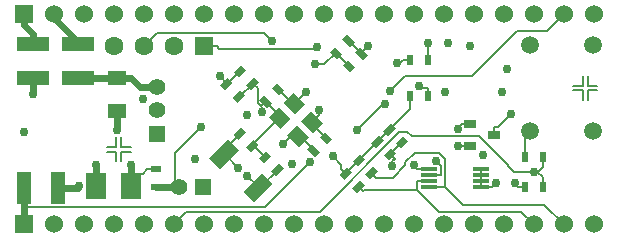
<source format=gbl>
G04 #@! TF.FileFunction,Copper,L4,Bot,Signal*
%FSLAX46Y46*%
G04 Gerber Fmt 4.6, Leading zero omitted, Abs format (unit mm)*
G04 Created by KiCad (PCBNEW 4.0.7) date 07/03/18 10:44:51*
%MOMM*%
%LPD*%
G01*
G04 APERTURE LIST*
%ADD10C,0.100000*%
%ADD11C,0.203200*%
%ADD12R,0.600000X0.900000*%
%ADD13C,1.500000*%
%ADD14R,1.524000X1.524000*%
%ADD15C,1.524000*%
%ADD16R,1.600000X1.600000*%
%ADD17C,1.600000*%
%ADD18R,0.900000X0.600000*%
%ADD19R,2.700000X1.150000*%
%ADD20R,1.150000X2.700000*%
%ADD21R,1.400000X1.400000*%
%ADD22C,1.400000*%
%ADD23R,1.400000X0.300000*%
%ADD24R,1.000000X0.800000*%
%ADD25R,1.800000X2.250000*%
%ADD26R,1.500000X1.200000*%
%ADD27C,0.762000*%
%ADD28C,0.609600*%
G04 APERTURE END LIST*
D10*
D11*
X48596800Y12596800D02*
X47784000Y12596800D01*
X48596800Y12596800D02*
X48596800Y11784000D01*
X49003200Y13003200D02*
X49003200Y13816000D01*
X49003200Y13003200D02*
X49816000Y13003200D01*
X49003200Y12596800D02*
X49003200Y11784000D01*
X49003200Y12596800D02*
X49816000Y12596800D01*
X48596800Y13003200D02*
X47784000Y13003200D01*
X48596800Y13003200D02*
X48596800Y13816000D01*
X9096800Y7396800D02*
X8284000Y7396800D01*
X9096800Y7396800D02*
X9096800Y6584000D01*
X9503200Y7803200D02*
X9503200Y8616000D01*
X9503200Y7803200D02*
X10316000Y7803200D01*
X9503200Y7396800D02*
X9503200Y6584000D01*
X9503200Y7396800D02*
X10316000Y7396800D01*
X9096800Y7803200D02*
X8284000Y7803200D01*
X9096800Y7803200D02*
X9096800Y8616000D01*
D10*
G36*
X19059340Y8834264D02*
X19695736Y9470660D01*
X20120000Y9046396D01*
X19483604Y8410000D01*
X19059340Y8834264D01*
X19059340Y8834264D01*
G37*
G36*
X20120000Y7773604D02*
X20756396Y8410000D01*
X21180660Y7985736D01*
X20544264Y7349340D01*
X20120000Y7773604D01*
X20120000Y7773604D01*
G37*
G36*
X22702764Y13242660D02*
X23339160Y12606264D01*
X22914896Y12182000D01*
X22278500Y12818396D01*
X22702764Y13242660D01*
X22702764Y13242660D01*
G37*
G36*
X21642104Y12182000D02*
X22278500Y11545604D01*
X21854236Y11121340D01*
X21217840Y11757736D01*
X21642104Y12182000D01*
X21642104Y12182000D01*
G37*
D12*
X45190000Y6975000D03*
X43690000Y6975000D03*
D10*
G36*
X25918236Y6993340D02*
X25281840Y7629736D01*
X25706104Y8054000D01*
X26342500Y7417604D01*
X25918236Y6993340D01*
X25918236Y6993340D01*
G37*
G36*
X26978896Y8054000D02*
X26342500Y8690396D01*
X26766764Y9114660D01*
X27403160Y8478264D01*
X26978896Y8054000D01*
X26978896Y8054000D01*
G37*
G36*
X23280660Y5985736D02*
X22644264Y5349340D01*
X22220000Y5773604D01*
X22856396Y6410000D01*
X23280660Y5985736D01*
X23280660Y5985736D01*
G37*
G36*
X22220000Y7046396D02*
X21583604Y6410000D01*
X21159340Y6834264D01*
X21795736Y7470660D01*
X22220000Y7046396D01*
X22220000Y7046396D01*
G37*
D13*
X44132000Y9167000D03*
X44132000Y16467000D03*
X49432000Y9167000D03*
X49432000Y16467000D03*
D14*
X1260000Y1260000D03*
D15*
X3800000Y1260000D03*
X6340000Y1260000D03*
X8880000Y1260000D03*
X11420000Y1260000D03*
X13960000Y1260000D03*
X16500000Y1260000D03*
X19040000Y1260000D03*
X21580000Y1260000D03*
X24120000Y1260000D03*
X26660000Y1260000D03*
X29200000Y1260000D03*
X31740000Y1260000D03*
X34280000Y1260000D03*
X36820000Y1260000D03*
X39360000Y1260000D03*
X41900000Y1260000D03*
X44440000Y1260000D03*
X46980000Y1260000D03*
X49520000Y1260000D03*
D14*
X1260000Y19040000D03*
D15*
X3800000Y19040000D03*
X6340000Y19040000D03*
X8880000Y19040000D03*
X11420000Y19040000D03*
X13960000Y19040000D03*
X16500000Y19040000D03*
X19040000Y19040000D03*
X21580000Y19040000D03*
X24120000Y19040000D03*
X26660000Y19040000D03*
X29200000Y19040000D03*
X31740000Y19040000D03*
X34280000Y19040000D03*
X36820000Y19040000D03*
X39360000Y19040000D03*
X41900000Y19040000D03*
X44440000Y19040000D03*
X46980000Y19040000D03*
X49520000Y19040000D03*
D16*
X16520000Y16360000D03*
D17*
X13980000Y16360000D03*
X11440000Y16360000D03*
X8900000Y16360000D03*
D18*
X12420000Y4410000D03*
X12420000Y5910000D03*
D12*
X45190000Y4435000D03*
X43690000Y4435000D03*
D10*
G36*
X23204014Y11555842D02*
X24048158Y12399986D01*
X25035986Y11412158D01*
X24191842Y10568014D01*
X23204014Y11555842D01*
X23204014Y11555842D01*
G37*
G36*
X24766579Y9993277D02*
X25610723Y10837421D01*
X26598551Y9849593D01*
X25754407Y9005449D01*
X24766579Y9993277D01*
X24766579Y9993277D01*
G37*
G36*
X23563224Y8789923D02*
X24407368Y9634067D01*
X25395196Y8646239D01*
X24551052Y7802095D01*
X23563224Y8789923D01*
X23563224Y8789923D01*
G37*
G36*
X22000660Y10352488D02*
X22844804Y11196632D01*
X23832632Y10208804D01*
X22988488Y9364660D01*
X22000660Y10352488D01*
X22000660Y10352488D01*
G37*
G36*
X16989705Y6877731D02*
X18552269Y8440295D01*
X19450295Y7542269D01*
X17887731Y5979705D01*
X16989705Y6877731D01*
X16989705Y6877731D01*
G37*
G36*
X19863387Y4004049D02*
X21425951Y5566613D01*
X22323977Y4668587D01*
X20761413Y3106023D01*
X19863387Y4004049D01*
X19863387Y4004049D01*
G37*
G36*
X31695340Y9177264D02*
X32331736Y9813660D01*
X32756000Y9389396D01*
X32119604Y8753000D01*
X31695340Y9177264D01*
X31695340Y9177264D01*
G37*
G36*
X32756000Y8116604D02*
X33392396Y8753000D01*
X33816660Y8328736D01*
X33180264Y7692340D01*
X32756000Y8116604D01*
X32756000Y8116604D01*
G37*
G36*
X30679340Y8161264D02*
X31315736Y8797660D01*
X31740000Y8373396D01*
X31103604Y7737000D01*
X30679340Y8161264D01*
X30679340Y8161264D01*
G37*
G36*
X31740000Y7100604D02*
X32376396Y7737000D01*
X32800660Y7312736D01*
X32164264Y6676340D01*
X31740000Y7100604D01*
X31740000Y7100604D01*
G37*
G36*
X27795736Y15249340D02*
X27159340Y15885736D01*
X27583604Y16310000D01*
X28220000Y15673604D01*
X27795736Y15249340D01*
X27795736Y15249340D01*
G37*
G36*
X28856396Y16310000D02*
X28220000Y16946396D01*
X28644264Y17370660D01*
X29280660Y16734264D01*
X28856396Y16310000D01*
X28856396Y16310000D01*
G37*
G36*
X28895736Y14149340D02*
X28259340Y14785736D01*
X28683604Y15210000D01*
X29320000Y14573604D01*
X28895736Y14149340D01*
X28895736Y14149340D01*
G37*
G36*
X29956396Y15210000D02*
X29320000Y15846396D01*
X29744264Y16270660D01*
X30380660Y15634264D01*
X29956396Y15210000D01*
X29956396Y15210000D01*
G37*
G36*
X17909340Y13034264D02*
X18545736Y13670660D01*
X18970000Y13246396D01*
X18333604Y12610000D01*
X17909340Y13034264D01*
X17909340Y13034264D01*
G37*
G36*
X18970000Y11973604D02*
X19606396Y12610000D01*
X20030660Y12185736D01*
X19394264Y11549340D01*
X18970000Y11973604D01*
X18970000Y11973604D01*
G37*
G36*
X19059340Y14134264D02*
X19695736Y14770660D01*
X20120000Y14346396D01*
X19483604Y13710000D01*
X19059340Y14134264D01*
X19059340Y14134264D01*
G37*
G36*
X20120000Y13073604D02*
X20756396Y13710000D01*
X21180660Y13285736D01*
X20544264Y12649340D01*
X20120000Y13073604D01*
X20120000Y13073604D01*
G37*
D19*
X2070000Y13610000D03*
X2070000Y16510000D03*
D20*
X1270000Y4360000D03*
X4170000Y4360000D03*
D12*
X33970000Y12110000D03*
X35470000Y12110000D03*
X35470000Y15210000D03*
X33970000Y15210000D03*
D21*
X16420000Y4410000D03*
D22*
X14420000Y4410000D03*
D21*
X12570000Y8910000D03*
D22*
X12570000Y10910000D03*
X12570000Y12910000D03*
D23*
X39970000Y5910000D03*
X39970000Y5410000D03*
X39970000Y4910000D03*
X39970000Y4410000D03*
X35570000Y4410000D03*
X35570000Y4910000D03*
X35570000Y5410000D03*
X35570000Y5910000D03*
D24*
X41070000Y8810000D03*
X39070000Y7860000D03*
X39070000Y9760000D03*
D10*
G36*
X30130660Y4585736D02*
X29494264Y3949340D01*
X29070000Y4373604D01*
X29706396Y5010000D01*
X30130660Y4585736D01*
X30130660Y4585736D01*
G37*
G36*
X29070000Y5646396D02*
X28433604Y5010000D01*
X28009340Y5434264D01*
X28645736Y6070660D01*
X29070000Y5646396D01*
X29070000Y5646396D01*
G37*
G36*
X31230660Y5735736D02*
X30594264Y5099340D01*
X30170000Y5523604D01*
X30806396Y6160000D01*
X31230660Y5735736D01*
X31230660Y5735736D01*
G37*
G36*
X30170000Y6796396D02*
X29533604Y6160000D01*
X29109340Y6584264D01*
X29745736Y7220660D01*
X30170000Y6796396D01*
X30170000Y6796396D01*
G37*
D25*
X10320000Y4460000D03*
X7420000Y4460000D03*
D26*
X9120000Y10810000D03*
X9120000Y13610000D03*
D19*
X5820000Y16510000D03*
X5820000Y13610000D03*
D27*
X5945000Y4460000D03*
X37200000Y16600000D03*
X7420000Y6310000D03*
X11320000Y11890000D03*
X42195000Y14410000D03*
X36895000Y12435000D03*
X9170000Y9260000D03*
X1320000Y9110000D03*
X30446300Y16382900D03*
X21433100Y10736900D03*
X26301900Y10974600D03*
X32483500Y6200700D03*
X41240900Y4726900D03*
X25120000Y12485000D03*
X19420000Y6060000D03*
X44439300Y5705000D03*
X23220000Y8060000D03*
X20170000Y5385000D03*
X35470000Y16600000D03*
X39060000Y16360000D03*
X41795000Y12435000D03*
X10320000Y6310000D03*
X20157200Y10532000D03*
X17844000Y13785700D03*
X25905900Y14806400D03*
X40186400Y7085700D03*
X42828800Y4716500D03*
X15768700Y6828600D03*
X23958100Y6369100D03*
X34299900Y6242500D03*
X27447200Y7000100D03*
X25538600Y6528200D03*
X29517000Y9222800D03*
X31824200Y11421600D03*
X32275900Y12578800D03*
X26065700Y16262000D03*
X22287600Y16801100D03*
X16236400Y9488500D03*
X34748100Y12943300D03*
X32859100Y14947900D03*
X36128900Y6628100D03*
X42476000Y10579100D03*
X38007200Y7894000D03*
X38007500Y9366200D03*
X2070000Y12260000D03*
D28*
X5845000Y4360000D02*
X5945000Y4460000D01*
X4170000Y4360000D02*
X5845000Y4360000D01*
X7420000Y6310000D02*
X7420000Y4460000D01*
D11*
X39970000Y4910000D02*
X39970000Y4410000D01*
X39970000Y5410000D02*
X39970000Y4910000D01*
X39970000Y5910000D02*
X39970000Y5410000D01*
D28*
X9120000Y9310000D02*
X9170000Y9260000D01*
X9120000Y10810000D02*
X9120000Y9310000D01*
D11*
X21689700Y6940300D02*
X21689700Y7180000D01*
X20650300Y7879700D02*
X20650300Y7880000D01*
X25682600Y9921400D02*
X25682600Y9921000D01*
X29850300Y15740300D02*
X29850200Y15740200D01*
X28750300Y16840000D02*
X29850200Y15740200D01*
X29850200Y15740200D02*
X29850300Y15740000D01*
X33286200Y8222800D02*
X33286200Y8222900D01*
X33286300Y8222700D02*
X33286200Y8222800D01*
X33286200Y8222900D02*
X33286300Y8223000D01*
X21748200Y11651700D02*
X21748300Y11651800D01*
X22916600Y10483000D02*
X21748300Y11651800D01*
X22916600Y10281000D02*
X22916600Y10483000D01*
X21748300Y11651800D02*
X21748200Y11652000D01*
X26872800Y8584300D02*
X26872700Y8584200D01*
X25682600Y9775000D02*
X26872700Y8584200D01*
X25682600Y9921000D02*
X25682600Y9775000D01*
X26872700Y8584200D02*
X26872800Y8584000D01*
X19500300Y12079700D02*
X19500300Y12080000D01*
X28750300Y16840300D02*
X28750300Y16840000D01*
X30260300Y16196900D02*
X30260300Y16150300D01*
X30446300Y16382900D02*
X30260300Y16196900D01*
X29850300Y15740300D02*
X30260300Y16150300D01*
X32270300Y7207000D02*
X33286200Y8222900D01*
X32270300Y7207000D02*
X32270300Y7206700D01*
X43690000Y8725000D02*
X43690000Y6975000D01*
X44132000Y9167000D02*
X43690000Y8725000D01*
X20650300Y7880000D02*
X20750300Y7880000D01*
X21689700Y6940000D02*
X21689700Y6940300D01*
X20750300Y7880000D02*
X21689700Y6940000D01*
X22916600Y10280600D02*
X22916600Y10281000D01*
X20750300Y8114300D02*
X20750300Y7880000D01*
X22916600Y10280600D02*
X20750300Y8114300D01*
X20650200Y13179800D02*
X20650200Y13179900D01*
X20650300Y13179700D02*
X20650200Y13179800D01*
X19550300Y12080000D02*
X20650200Y13179900D01*
X19500300Y12080000D02*
X19550300Y12080000D01*
X20650200Y13179900D02*
X20650300Y13180000D01*
X21748200Y11651700D02*
X21338300Y11241800D01*
X21338300Y11241800D02*
X21338200Y11241700D01*
X21060300Y11519700D02*
X21060300Y12769700D01*
X21338300Y11241800D02*
X21060300Y11519700D01*
X21433100Y11146800D02*
X21338200Y11241700D01*
X21433100Y10736900D02*
X21433100Y11146800D01*
X20650300Y13179700D02*
X21060300Y12769700D01*
X26301900Y10541900D02*
X26302500Y10541300D01*
X26301900Y10974600D02*
X26301900Y10541900D01*
X25682600Y9921400D02*
X26302500Y10541300D01*
X32483500Y6599900D02*
X32680300Y6796700D01*
X32483500Y6200700D02*
X32483500Y6599900D01*
X32270300Y7206700D02*
X32680300Y6796700D01*
X40949700Y4435700D02*
X40949700Y4410000D01*
X41240900Y4726900D02*
X40949700Y4435700D01*
X39970000Y4410000D02*
X40949700Y4410000D01*
X24120000Y11485000D02*
X24120000Y11484000D01*
X25120000Y12485000D02*
X24120000Y11485000D01*
X24037200Y11484000D02*
X22808800Y12712000D01*
X24120000Y11484000D02*
X24037200Y11484000D01*
X22808800Y12712300D02*
X22808800Y12712000D01*
X18270000Y7210000D02*
X18220000Y7210000D01*
X19420000Y6060000D02*
X18270000Y7210000D01*
X19589700Y8940000D02*
X19589400Y8940000D01*
X18220000Y7585000D02*
X18220000Y7210000D01*
X19575300Y8940000D02*
X18220000Y7585000D01*
X19589400Y8940000D02*
X19575300Y8940000D01*
X19589400Y8940000D02*
X19589700Y8940300D01*
X44439300Y5705000D02*
X44715000Y5705000D01*
X45190000Y5230000D02*
X45190000Y4435000D01*
X44715000Y5705000D02*
X45190000Y5230000D01*
X44439300Y5705000D02*
X44795000Y5705000D01*
X45190000Y6100000D02*
X45190000Y6975000D01*
X44795000Y5705000D02*
X45190000Y6100000D01*
X42234600Y6245300D02*
X42234600Y6235400D01*
X13960000Y1260000D02*
X15001800Y2301800D01*
X15001800Y2301800D02*
X26304800Y2301800D01*
X26304800Y2301800D02*
X33060700Y9057700D01*
X33060700Y9057700D02*
X33744200Y9057700D01*
X33744200Y9057700D02*
X34106900Y8695000D01*
X34106900Y8695000D02*
X39784900Y8695000D01*
X39784900Y8695000D02*
X42234600Y6245300D01*
X42765000Y5705000D02*
X44439300Y5705000D01*
X42234600Y6235400D02*
X42765000Y5705000D01*
X23878100Y8718000D02*
X24479100Y8718000D01*
X23220000Y8060000D02*
X23878100Y8718000D01*
X24479100Y8718000D02*
X24479200Y8718100D01*
X24617800Y8718000D02*
X25812200Y7524000D01*
X24479100Y8718000D02*
X24617800Y8718000D01*
X25812200Y7523700D02*
X25812200Y7524000D01*
X22750300Y5880000D02*
X22750300Y5879700D01*
X21093700Y4461000D02*
X21093700Y4336300D01*
X20170000Y5385000D02*
X21093700Y4461000D01*
X22750300Y5865000D02*
X22750300Y5879700D01*
X21221300Y4336000D02*
X22750300Y5865000D01*
X21093700Y4336000D02*
X21221300Y4336000D01*
X21093700Y4336300D02*
X21093700Y4336000D01*
X35470000Y15210000D02*
X35470000Y16600000D01*
X28539700Y5540000D02*
X28539700Y5540300D01*
X28539700Y5590000D02*
X29639700Y6690000D01*
X28539700Y5540300D02*
X28539700Y5590000D01*
X29639700Y6690300D02*
X29639700Y6690000D01*
X18439700Y13140300D02*
X18439700Y13140000D01*
X31209800Y8267300D02*
X31209900Y8267200D01*
X31209700Y8267300D02*
X31209800Y8267300D01*
X31209900Y8267200D02*
X32225700Y9283000D01*
X31209700Y8267000D02*
X31209900Y8267200D01*
X29639700Y6690300D02*
X30155700Y7206300D01*
X19589700Y14240000D02*
X19589700Y14240300D01*
X18439700Y13140000D02*
X18489700Y13140000D01*
X18489700Y13140000D02*
X19589700Y14240000D01*
X18489700Y13140000D02*
X17844000Y13785700D01*
X28789700Y14680000D02*
X28789700Y14679700D01*
X27689700Y15780000D02*
X28239700Y15230000D01*
X28239700Y15230000D02*
X28789700Y14680000D01*
X28239400Y15230000D02*
X27689700Y15779700D01*
X28239700Y15230000D02*
X28239400Y15230000D01*
X30155700Y7213000D02*
X30155700Y7206300D01*
X31209700Y8267000D02*
X30155700Y7213000D01*
X26716400Y14806400D02*
X27689700Y15779700D01*
X25905900Y14806400D02*
X26716400Y14806400D01*
X43690000Y4435000D02*
X43110300Y4435000D01*
X42828800Y4716500D02*
X43110300Y4435000D01*
X35570000Y5910000D02*
X34590300Y5910000D01*
X34299900Y6200400D02*
X34299900Y6242500D01*
X34590300Y5910000D02*
X34299900Y6200400D01*
D28*
X10320000Y4460000D02*
X10320000Y5556900D01*
X10320000Y5556900D02*
X10320000Y6310000D01*
D11*
X11337200Y5556900D02*
X11690300Y5910000D01*
X10320000Y5556900D02*
X11337200Y5556900D01*
X12420000Y5910000D02*
X11690300Y5910000D01*
X28539700Y5540300D02*
X28129700Y5950300D01*
X28129700Y6317600D02*
X28129700Y5950300D01*
X27447200Y7000100D02*
X28129700Y6317600D01*
X32225700Y9283300D02*
X32225700Y9283000D01*
X33970000Y11027600D02*
X33970000Y12110000D01*
X32225700Y9283300D02*
X33970000Y11027600D01*
D28*
X2070000Y17360000D02*
X2070000Y16510000D01*
X1260000Y18170000D02*
X2070000Y17360000D01*
X1260000Y19040000D02*
X1260000Y18170000D01*
X1270000Y4360000D02*
X1270000Y2641100D01*
X1270000Y1270000D02*
X1260000Y1260000D01*
X1270000Y2641100D02*
X1270000Y1270000D01*
D11*
X21693600Y2683200D02*
X25538600Y6528200D01*
X1312100Y2683200D02*
X21693600Y2683200D01*
X1270000Y2641100D02*
X1312100Y2683200D01*
X31715800Y11421600D02*
X31824200Y11421600D01*
X29517000Y9222800D02*
X31715800Y11421600D01*
X29600300Y4479700D02*
X30010300Y4069700D01*
X30114400Y4173800D02*
X30010300Y4069700D01*
X34555300Y4173800D02*
X30114400Y4173800D01*
X36427300Y2301800D02*
X34555300Y4173800D01*
X43398200Y2301800D02*
X36427300Y2301800D01*
X44440000Y1260000D02*
X43398200Y2301800D01*
X34555300Y4875000D02*
X34590300Y4910000D01*
X34555300Y4173800D02*
X34555300Y4875000D01*
X35570000Y4910000D02*
X34590300Y4910000D01*
X35570000Y4410000D02*
X36549700Y4410000D01*
X30700300Y5629700D02*
X31110300Y5219700D01*
X36948300Y6789300D02*
X36948300Y4410000D01*
X36416500Y7321100D02*
X36948300Y6789300D01*
X34366100Y7321100D02*
X36416500Y7321100D01*
X33546200Y6501200D02*
X34366100Y7321100D01*
X33546200Y6263700D02*
X33546200Y6501200D01*
X32502200Y5219700D02*
X33546200Y6263700D01*
X31110300Y5219700D02*
X32502200Y5219700D01*
X38424800Y2933500D02*
X36948300Y4410000D01*
X45306500Y2933500D02*
X38424800Y2933500D01*
X46980000Y1260000D02*
X45306500Y2933500D01*
X36948300Y4410000D02*
X36549700Y4410000D01*
D28*
X5820000Y16710000D02*
X5820000Y16510000D01*
X3800000Y18730000D02*
X5820000Y16710000D01*
X3800000Y19040000D02*
X3800000Y18730000D01*
D11*
X33541100Y13844000D02*
X32275900Y12578800D01*
X39251100Y13844000D02*
X33541100Y13844000D01*
X42998100Y17591000D02*
X39251100Y13844000D01*
X45531000Y17591000D02*
X42998100Y17591000D01*
X46980000Y19040000D02*
X45531000Y17591000D01*
X16520000Y16360000D02*
X17599700Y16360000D01*
X25944100Y16140400D02*
X26065700Y16262000D01*
X17819300Y16140400D02*
X25944100Y16140400D01*
X17599700Y16360000D02*
X17819300Y16140400D01*
X12568000Y17488000D02*
X11440000Y16360000D01*
X21600700Y17488000D02*
X12568000Y17488000D01*
X22287600Y16801100D02*
X21600700Y17488000D01*
D28*
X12420000Y4410000D02*
X14054800Y4410000D01*
X14054800Y4410000D02*
X14420000Y4410000D01*
D11*
X14054800Y7306900D02*
X16236400Y9488500D01*
X14054800Y4410000D02*
X14054800Y7306900D01*
X34851700Y12839700D02*
X35470000Y12839700D01*
X34748100Y12943300D02*
X34851700Y12839700D01*
X35470000Y12110000D02*
X35470000Y12839700D01*
X33970000Y15210000D02*
X33390300Y15210000D01*
X33128200Y14947900D02*
X32859100Y14947900D01*
X33390300Y15210000D02*
X33128200Y14947900D01*
X35570000Y5410000D02*
X36549700Y5410000D01*
X36549700Y6207300D02*
X36128900Y6628100D01*
X36549700Y5410000D02*
X36549700Y6207300D01*
X41386600Y9489700D02*
X42476000Y10579100D01*
X41070000Y9489700D02*
X41386600Y9489700D01*
X41070000Y8810000D02*
X41070000Y9489700D01*
X38041200Y7860000D02*
X38007200Y7894000D01*
X39070000Y7860000D02*
X38041200Y7860000D01*
X38290300Y9649000D02*
X38007500Y9366200D01*
X38290300Y9760000D02*
X38290300Y9649000D01*
X39070000Y9760000D02*
X38290300Y9760000D01*
D28*
X2070000Y13610000D02*
X2070000Y12260000D01*
X11070000Y12910000D02*
X12570000Y12910000D01*
X10370000Y13610000D02*
X11070000Y12910000D01*
X9120000Y13610000D02*
X10370000Y13610000D01*
X5820000Y13610000D02*
X9120000Y13610000D01*
M02*

</source>
